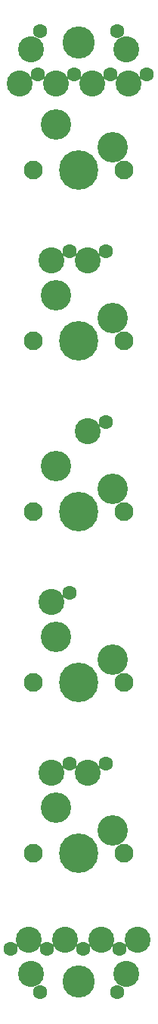
<source format=gbs>
%TF.GenerationSoftware,KiCad,Pcbnew,5.0.0+dfsg1-2*%
%TF.CreationDate,2019-02-10T19:22:37+01:00*%
%TF.ProjectId,yatara-puno-mx-5,7961746172612D70756E6F2D6D782D35,0.2*%
%TF.SameCoordinates,Original*%
%TF.FileFunction,Soldermask,Bot*%
%TF.FilePolarity,Negative*%
%FSLAX46Y46*%
G04 Gerber Fmt 4.6, Leading zero omitted, Abs format (unit mm)*
G04 Created by KiCad (PCBNEW 5.0.0+dfsg1-2) date Sun Feb 10 19:22:37 2019*
%MOMM*%
%LPD*%
G01*
G04 APERTURE LIST*
%ADD10C,1.600000*%
%ADD11C,3.600000*%
%ADD12C,2.900000*%
%ADD13C,4.400000*%
%ADD14C,2.100000*%
%ADD15C,3.400000*%
G04 APERTURE END LIST*
D10*
X77048000Y-52067000D03*
X72984000Y-52067000D03*
X77048000Y-71117000D03*
X72984000Y-90167000D03*
X69682000Y-134744000D03*
X78318000Y-134744000D03*
X66380000Y-129918000D03*
X78572000Y-129918000D03*
X69682000Y-27556000D03*
X74508000Y-129918000D03*
X70444000Y-129918000D03*
X77048000Y-109217000D03*
X72984000Y-109217000D03*
X81620000Y-32382000D03*
X77556000Y-32382000D03*
X73492000Y-32382000D03*
X69428000Y-32382000D03*
D11*
X74000000Y-133537500D03*
X74000000Y-28762500D03*
D10*
X78318000Y-27556000D03*
D12*
X71460000Y-33398000D03*
X67396000Y-33398000D03*
X79588000Y-33398000D03*
X75524000Y-33398000D03*
X70952000Y-110233000D03*
X79334000Y-132712000D03*
X75016000Y-110233000D03*
X68666000Y-29588000D03*
D13*
X74000000Y-119250000D03*
D14*
X79080000Y-119250000D03*
X68920000Y-119250000D03*
D15*
X71460000Y-114170000D03*
X77810000Y-116710000D03*
X77810000Y-40510000D03*
X71460000Y-37970000D03*
D14*
X68920000Y-43050000D03*
X79080000Y-43050000D03*
D13*
X74000000Y-43050000D03*
X74000000Y-100200000D03*
D14*
X79080000Y-100200000D03*
X68920000Y-100200000D03*
D15*
X71460000Y-95120000D03*
X77810000Y-97660000D03*
X77810000Y-78610000D03*
X71460000Y-76070000D03*
D14*
X68920000Y-81150000D03*
X79080000Y-81150000D03*
D13*
X74000000Y-81150000D03*
X74000000Y-62100000D03*
D14*
X79080000Y-62100000D03*
X68920000Y-62100000D03*
D15*
X71460000Y-57020000D03*
X77810000Y-59560000D03*
D12*
X80602000Y-128902000D03*
X76538000Y-128902000D03*
X72476000Y-128902000D03*
X68410000Y-128902000D03*
X79334000Y-29588000D03*
X68664000Y-132712000D03*
X75016000Y-72133000D03*
X70952000Y-53083000D03*
X75016000Y-53083000D03*
X70952000Y-91183000D03*
M02*

</source>
